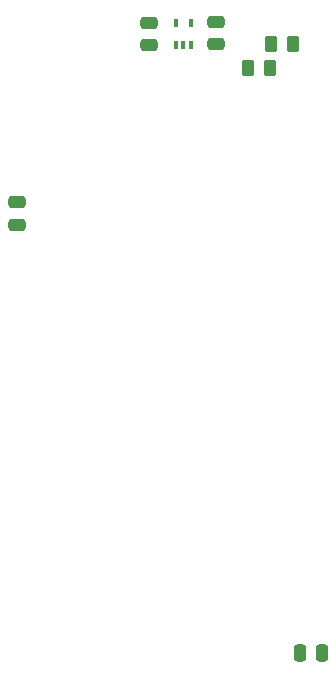
<source format=gbr>
%TF.GenerationSoftware,KiCad,Pcbnew,8.0.8+dfsg-1*%
%TF.CreationDate,2025-07-13T00:35:59+05:30*%
%TF.ProjectId,sanket,73616e6b-6574-42e6-9b69-6361645f7063,4.1*%
%TF.SameCoordinates,Original*%
%TF.FileFunction,Paste,Top*%
%TF.FilePolarity,Positive*%
%FSLAX46Y46*%
G04 Gerber Fmt 4.6, Leading zero omitted, Abs format (unit mm)*
G04 Created by KiCad (PCBNEW 8.0.8+dfsg-1) date 2025-07-13 00:35:59*
%MOMM*%
%LPD*%
G01*
G04 APERTURE LIST*
G04 Aperture macros list*
%AMRoundRect*
0 Rectangle with rounded corners*
0 $1 Rounding radius*
0 $2 $3 $4 $5 $6 $7 $8 $9 X,Y pos of 4 corners*
0 Add a 4 corners polygon primitive as box body*
4,1,4,$2,$3,$4,$5,$6,$7,$8,$9,$2,$3,0*
0 Add four circle primitives for the rounded corners*
1,1,$1+$1,$2,$3*
1,1,$1+$1,$4,$5*
1,1,$1+$1,$6,$7*
1,1,$1+$1,$8,$9*
0 Add four rect primitives between the rounded corners*
20,1,$1+$1,$2,$3,$4,$5,0*
20,1,$1+$1,$4,$5,$6,$7,0*
20,1,$1+$1,$6,$7,$8,$9,0*
20,1,$1+$1,$8,$9,$2,$3,0*%
G04 Aperture macros list end*
%ADD10RoundRect,0.100000X0.100000X-0.225000X0.100000X0.225000X-0.100000X0.225000X-0.100000X-0.225000X0*%
%ADD11RoundRect,0.250000X0.262500X0.450000X-0.262500X0.450000X-0.262500X-0.450000X0.262500X-0.450000X0*%
%ADD12RoundRect,0.250000X-0.475000X0.250000X-0.475000X-0.250000X0.475000X-0.250000X0.475000X0.250000X0*%
%ADD13RoundRect,0.250000X0.475000X-0.250000X0.475000X0.250000X-0.475000X0.250000X-0.475000X-0.250000X0*%
%ADD14RoundRect,0.250000X0.250000X0.475000X-0.250000X0.475000X-0.250000X-0.475000X0.250000X-0.475000X0*%
G04 APERTURE END LIST*
D10*
%TO.C,U1*%
X132518700Y-59465000D03*
X133168700Y-59465000D03*
X133818700Y-59465000D03*
X133818700Y-57565000D03*
X132518700Y-57565000D03*
%TD*%
D11*
%TO.C,R1*%
X142412400Y-59378600D03*
X140587400Y-59378600D03*
%TD*%
%TO.C,R2*%
X140480100Y-61410600D03*
X138655100Y-61410600D03*
%TD*%
D12*
%TO.C,C1*%
X135962700Y-57463400D03*
X135962700Y-59363400D03*
%TD*%
D13*
%TO.C,C2*%
X130273100Y-59449800D03*
X130273100Y-57549800D03*
%TD*%
D14*
%TO.C,R5*%
X144939100Y-110940600D03*
X143039100Y-110940600D03*
%TD*%
D13*
%TO.C,R12*%
X119046300Y-74639000D03*
X119046300Y-72739000D03*
%TD*%
M02*

</source>
